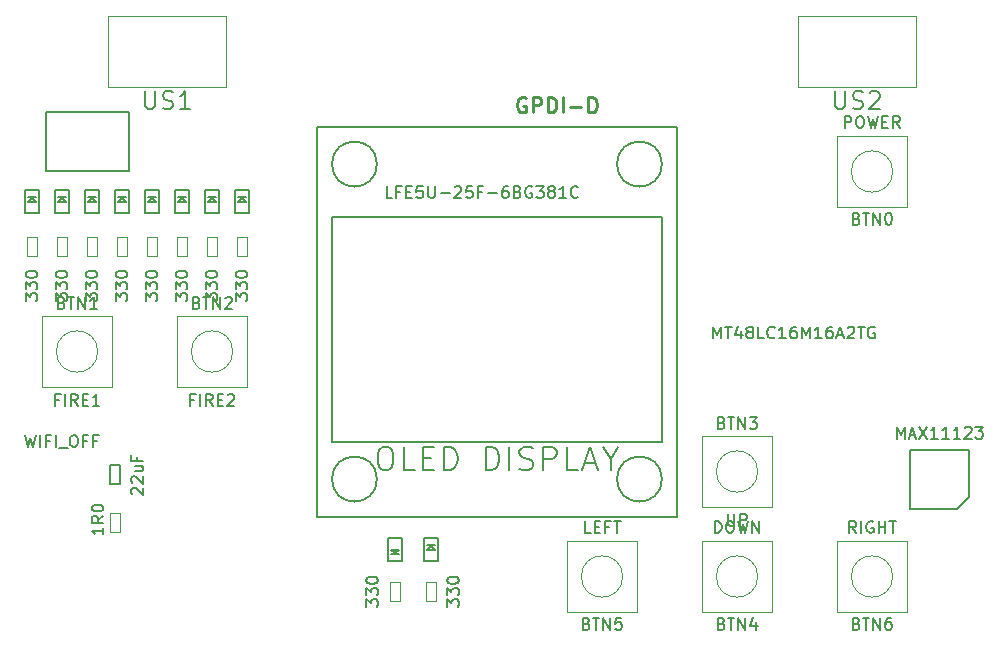
<source format=gbr>
G04 #@! TF.FileFunction,Other,Fab,Top*
%FSLAX46Y46*%
G04 Gerber Fmt 4.6, Leading zero omitted, Abs format (unit mm)*
G04 Created by KiCad (PCBNEW 4.0.7+dfsg1-1) date Tue Oct  3 01:07:36 2017*
%MOMM*%
%LPD*%
G01*
G04 APERTURE LIST*
%ADD10C,0.100000*%
%ADD11C,0.150000*%
%ADD12C,0.254000*%
G04 APERTURE END LIST*
D10*
D11*
X118530000Y-76260000D02*
X117930000Y-76260000D01*
X118230000Y-76360000D02*
X118530000Y-76660000D01*
X117930000Y-76660000D02*
X118230000Y-76360000D01*
X118530000Y-76660000D02*
X117930000Y-76660000D01*
X118830000Y-77660000D02*
X118830000Y-75660000D01*
X117630000Y-77660000D02*
X118830000Y-77660000D01*
X117630000Y-75660000D02*
X117630000Y-77660000D01*
X118830000Y-75660000D02*
X117630000Y-75660000D01*
X115990000Y-76260000D02*
X115390000Y-76260000D01*
X115690000Y-76360000D02*
X115990000Y-76660000D01*
X115390000Y-76660000D02*
X115690000Y-76360000D01*
X115990000Y-76660000D02*
X115390000Y-76660000D01*
X116290000Y-77660000D02*
X116290000Y-75660000D01*
X115090000Y-77660000D02*
X116290000Y-77660000D01*
X115090000Y-75660000D02*
X115090000Y-77660000D01*
X116290000Y-75660000D02*
X115090000Y-75660000D01*
X113450000Y-76260000D02*
X112850000Y-76260000D01*
X113150000Y-76360000D02*
X113450000Y-76660000D01*
X112850000Y-76660000D02*
X113150000Y-76360000D01*
X113450000Y-76660000D02*
X112850000Y-76660000D01*
X113750000Y-77660000D02*
X113750000Y-75660000D01*
X112550000Y-77660000D02*
X113750000Y-77660000D01*
X112550000Y-75660000D02*
X112550000Y-77660000D01*
X113750000Y-75660000D02*
X112550000Y-75660000D01*
X110910000Y-76260000D02*
X110310000Y-76260000D01*
X110610000Y-76360000D02*
X110910000Y-76660000D01*
X110310000Y-76660000D02*
X110610000Y-76360000D01*
X110910000Y-76660000D02*
X110310000Y-76660000D01*
X111210000Y-77660000D02*
X111210000Y-75660000D01*
X110010000Y-77660000D02*
X111210000Y-77660000D01*
X110010000Y-75660000D02*
X110010000Y-77660000D01*
X111210000Y-75660000D02*
X110010000Y-75660000D01*
X108370000Y-76260000D02*
X107770000Y-76260000D01*
X108070000Y-76360000D02*
X108370000Y-76660000D01*
X107770000Y-76660000D02*
X108070000Y-76360000D01*
X108370000Y-76660000D02*
X107770000Y-76660000D01*
X108670000Y-77660000D02*
X108670000Y-75660000D01*
X107470000Y-77660000D02*
X108670000Y-77660000D01*
X107470000Y-75660000D02*
X107470000Y-77660000D01*
X108670000Y-75660000D02*
X107470000Y-75660000D01*
X105830000Y-76260000D02*
X105230000Y-76260000D01*
X105530000Y-76360000D02*
X105830000Y-76660000D01*
X105230000Y-76660000D02*
X105530000Y-76360000D01*
X105830000Y-76660000D02*
X105230000Y-76660000D01*
X106130000Y-77660000D02*
X106130000Y-75660000D01*
X104930000Y-77660000D02*
X106130000Y-77660000D01*
X104930000Y-75660000D02*
X104930000Y-77660000D01*
X106130000Y-75660000D02*
X104930000Y-75660000D01*
X103290000Y-76260000D02*
X102690000Y-76260000D01*
X102990000Y-76360000D02*
X103290000Y-76660000D01*
X102690000Y-76660000D02*
X102990000Y-76360000D01*
X103290000Y-76660000D02*
X102690000Y-76660000D01*
X103590000Y-77660000D02*
X103590000Y-75660000D01*
X102390000Y-77660000D02*
X103590000Y-77660000D01*
X102390000Y-75660000D02*
X102390000Y-77660000D01*
X103590000Y-75660000D02*
X102390000Y-75660000D01*
X100750000Y-76260000D02*
X100150000Y-76260000D01*
X100450000Y-76360000D02*
X100750000Y-76660000D01*
X100150000Y-76660000D02*
X100450000Y-76360000D01*
X100750000Y-76660000D02*
X100150000Y-76660000D01*
X101050000Y-77660000D02*
X101050000Y-75660000D01*
X99850000Y-77660000D02*
X101050000Y-77660000D01*
X99850000Y-75660000D02*
X99850000Y-77660000D01*
X101050000Y-75660000D02*
X99850000Y-75660000D01*
X108624000Y-69080000D02*
X108624000Y-74080000D01*
X101624000Y-69080000D02*
X108624000Y-69080000D01*
X101624000Y-74080000D02*
X101624000Y-69080000D01*
X108624000Y-74080000D02*
X101624000Y-74080000D01*
X130884000Y-106524000D02*
X131484000Y-106524000D01*
X131184000Y-106424000D02*
X130884000Y-106124000D01*
X131484000Y-106124000D02*
X131184000Y-106424000D01*
X130884000Y-106124000D02*
X131484000Y-106124000D01*
X130584000Y-105124000D02*
X130584000Y-107124000D01*
X131784000Y-105124000D02*
X130584000Y-105124000D01*
X131784000Y-107124000D02*
X131784000Y-105124000D01*
X130584000Y-107124000D02*
X131784000Y-107124000D01*
X134532000Y-105724000D02*
X133932000Y-105724000D01*
X134232000Y-105824000D02*
X134532000Y-106124000D01*
X133932000Y-106124000D02*
X134232000Y-105824000D01*
X134532000Y-106124000D02*
X133932000Y-106124000D01*
X134832000Y-107124000D02*
X134832000Y-105124000D01*
X133632000Y-107124000D02*
X134832000Y-107124000D01*
X133632000Y-105124000D02*
X133632000Y-107124000D01*
X134832000Y-105124000D02*
X133632000Y-105124000D01*
D10*
X130784000Y-108880000D02*
X131584000Y-108880000D01*
X130784000Y-110480000D02*
X130784000Y-108880000D01*
X131584000Y-110480000D02*
X130784000Y-110480000D01*
X131584000Y-108880000D02*
X131584000Y-110480000D01*
X134632000Y-110480000D02*
X133832000Y-110480000D01*
X134632000Y-108880000D02*
X134632000Y-110480000D01*
X133832000Y-108880000D02*
X134632000Y-108880000D01*
X133832000Y-110480000D02*
X133832000Y-108880000D01*
D11*
X107880000Y-100600000D02*
X107080000Y-100600000D01*
X107880000Y-99000000D02*
X107880000Y-100600000D01*
X107080000Y-99000000D02*
X107880000Y-99000000D01*
X107080000Y-100600000D02*
X107080000Y-99000000D01*
D10*
X107080000Y-103000000D02*
X107880000Y-103000000D01*
X107080000Y-104600000D02*
X107080000Y-103000000D01*
X107880000Y-104600000D02*
X107080000Y-104600000D01*
X107880000Y-103000000D02*
X107880000Y-104600000D01*
X116880000Y-60925000D02*
X116880000Y-66925000D01*
X106880000Y-60925000D02*
X116880000Y-60925000D01*
X106880000Y-66925000D02*
X106880000Y-60925000D01*
X116880000Y-66925000D02*
X106880000Y-66925000D01*
X175300000Y-60925000D02*
X175300000Y-66925000D01*
X165300000Y-60925000D02*
X175300000Y-60925000D01*
X165300000Y-66925000D02*
X165300000Y-60925000D01*
X175300000Y-66925000D02*
X165300000Y-66925000D01*
X118630000Y-81270000D02*
X117830000Y-81270000D01*
X118630000Y-79670000D02*
X118630000Y-81270000D01*
X117830000Y-79670000D02*
X118630000Y-79670000D01*
X117830000Y-81270000D02*
X117830000Y-79670000D01*
X116090000Y-81270000D02*
X115290000Y-81270000D01*
X116090000Y-79670000D02*
X116090000Y-81270000D01*
X115290000Y-79670000D02*
X116090000Y-79670000D01*
X115290000Y-81270000D02*
X115290000Y-79670000D01*
X113550000Y-81270000D02*
X112750000Y-81270000D01*
X113550000Y-79670000D02*
X113550000Y-81270000D01*
X112750000Y-79670000D02*
X113550000Y-79670000D01*
X112750000Y-81270000D02*
X112750000Y-79670000D01*
X111010000Y-81270000D02*
X110210000Y-81270000D01*
X111010000Y-79670000D02*
X111010000Y-81270000D01*
X110210000Y-79670000D02*
X111010000Y-79670000D01*
X110210000Y-81270000D02*
X110210000Y-79670000D01*
X108470000Y-81270000D02*
X107670000Y-81270000D01*
X108470000Y-79670000D02*
X108470000Y-81270000D01*
X107670000Y-79670000D02*
X108470000Y-79670000D01*
X107670000Y-81270000D02*
X107670000Y-79670000D01*
X105930000Y-81270000D02*
X105130000Y-81270000D01*
X105930000Y-79670000D02*
X105930000Y-81270000D01*
X105130000Y-79670000D02*
X105930000Y-79670000D01*
X105130000Y-81270000D02*
X105130000Y-79670000D01*
X103390000Y-81270000D02*
X102590000Y-81270000D01*
X103390000Y-79670000D02*
X103390000Y-81270000D01*
X102590000Y-79670000D02*
X103390000Y-79670000D01*
X102590000Y-81270000D02*
X102590000Y-79670000D01*
X100850000Y-81270000D02*
X100050000Y-81270000D01*
X100850000Y-79670000D02*
X100850000Y-81270000D01*
X100050000Y-79670000D02*
X100850000Y-79670000D01*
X100050000Y-81270000D02*
X100050000Y-79670000D01*
D11*
X178785000Y-102655000D02*
X174785000Y-102655000D01*
X174785000Y-102655000D02*
X174785000Y-97655000D01*
X174785000Y-97655000D02*
X179785000Y-97655000D01*
X179785000Y-97655000D02*
X179785000Y-101655000D01*
X179785000Y-101655000D02*
X178785000Y-102655000D01*
X153790000Y-73485000D02*
G75*
G03X153790000Y-73485000I-1905000J0D01*
G01*
X129660000Y-73485000D02*
G75*
G03X129660000Y-73485000I-1905000J0D01*
G01*
X129660000Y-100155000D02*
G75*
G03X129660000Y-100155000I-1905000J0D01*
G01*
X153790000Y-100155000D02*
G75*
G03X153790000Y-100155000I-1905000J0D01*
G01*
X153790000Y-77930000D02*
X153790000Y-96980000D01*
X125850000Y-77930000D02*
X153790000Y-77930000D01*
X125850000Y-96980000D02*
X125850000Y-77930000D01*
X153790000Y-96980000D02*
X125850000Y-96980000D01*
X155060000Y-70310000D02*
X155060000Y-103330000D01*
X124580000Y-70310000D02*
X155060000Y-70310000D01*
X124580000Y-103330000D02*
X124580000Y-70310000D01*
X155060000Y-103330000D02*
X124580000Y-103330000D01*
D10*
X174570000Y-77120000D02*
X174570000Y-71120000D01*
X174570000Y-71120000D02*
X168570000Y-71120000D01*
X168570000Y-71120000D02*
X168570000Y-77120000D01*
X168570000Y-77120000D02*
X174570000Y-77120000D01*
X173320714Y-74120000D02*
G75*
G03X173320714Y-74120000I-1750714J0D01*
G01*
X101260000Y-86360000D02*
X101260000Y-92360000D01*
X101260000Y-92360000D02*
X107260000Y-92360000D01*
X107260000Y-92360000D02*
X107260000Y-86360000D01*
X107260000Y-86360000D02*
X101260000Y-86360000D01*
X106010714Y-89360000D02*
G75*
G03X106010714Y-89360000I-1750714J0D01*
G01*
X112690000Y-86360000D02*
X112690000Y-92360000D01*
X112690000Y-92360000D02*
X118690000Y-92360000D01*
X118690000Y-92360000D02*
X118690000Y-86360000D01*
X118690000Y-86360000D02*
X112690000Y-86360000D01*
X117440714Y-89360000D02*
G75*
G03X117440714Y-89360000I-1750714J0D01*
G01*
X157140000Y-96520000D02*
X157140000Y-102520000D01*
X157140000Y-102520000D02*
X163140000Y-102520000D01*
X163140000Y-102520000D02*
X163140000Y-96520000D01*
X163140000Y-96520000D02*
X157140000Y-96520000D01*
X161890714Y-99520000D02*
G75*
G03X161890714Y-99520000I-1750714J0D01*
G01*
X163140000Y-111410000D02*
X163140000Y-105410000D01*
X163140000Y-105410000D02*
X157140000Y-105410000D01*
X157140000Y-105410000D02*
X157140000Y-111410000D01*
X157140000Y-111410000D02*
X163140000Y-111410000D01*
X161890714Y-108410000D02*
G75*
G03X161890714Y-108410000I-1750714J0D01*
G01*
X151710000Y-111410000D02*
X151710000Y-105410000D01*
X151710000Y-105410000D02*
X145710000Y-105410000D01*
X145710000Y-105410000D02*
X145710000Y-111410000D01*
X145710000Y-111410000D02*
X151710000Y-111410000D01*
X150460714Y-108410000D02*
G75*
G03X150460714Y-108410000I-1750714J0D01*
G01*
X174570000Y-111410000D02*
X174570000Y-105410000D01*
X174570000Y-105410000D02*
X168570000Y-105410000D01*
X168570000Y-105410000D02*
X168570000Y-111410000D01*
X168570000Y-111410000D02*
X174570000Y-111410000D01*
X173320714Y-108410000D02*
G75*
G03X173320714Y-108410000I-1750714J0D01*
G01*
D11*
X158132666Y-88252381D02*
X158132666Y-87252381D01*
X158466000Y-87966667D01*
X158799333Y-87252381D01*
X158799333Y-88252381D01*
X159132666Y-87252381D02*
X159704095Y-87252381D01*
X159418380Y-88252381D02*
X159418380Y-87252381D01*
X160466000Y-87585714D02*
X160466000Y-88252381D01*
X160227904Y-87204762D02*
X159989809Y-87919048D01*
X160608857Y-87919048D01*
X161132666Y-87680952D02*
X161037428Y-87633333D01*
X160989809Y-87585714D01*
X160942190Y-87490476D01*
X160942190Y-87442857D01*
X160989809Y-87347619D01*
X161037428Y-87300000D01*
X161132666Y-87252381D01*
X161323143Y-87252381D01*
X161418381Y-87300000D01*
X161466000Y-87347619D01*
X161513619Y-87442857D01*
X161513619Y-87490476D01*
X161466000Y-87585714D01*
X161418381Y-87633333D01*
X161323143Y-87680952D01*
X161132666Y-87680952D01*
X161037428Y-87728571D01*
X160989809Y-87776190D01*
X160942190Y-87871429D01*
X160942190Y-88061905D01*
X160989809Y-88157143D01*
X161037428Y-88204762D01*
X161132666Y-88252381D01*
X161323143Y-88252381D01*
X161418381Y-88204762D01*
X161466000Y-88157143D01*
X161513619Y-88061905D01*
X161513619Y-87871429D01*
X161466000Y-87776190D01*
X161418381Y-87728571D01*
X161323143Y-87680952D01*
X162418381Y-88252381D02*
X161942190Y-88252381D01*
X161942190Y-87252381D01*
X163323143Y-88157143D02*
X163275524Y-88204762D01*
X163132667Y-88252381D01*
X163037429Y-88252381D01*
X162894571Y-88204762D01*
X162799333Y-88109524D01*
X162751714Y-88014286D01*
X162704095Y-87823810D01*
X162704095Y-87680952D01*
X162751714Y-87490476D01*
X162799333Y-87395238D01*
X162894571Y-87300000D01*
X163037429Y-87252381D01*
X163132667Y-87252381D01*
X163275524Y-87300000D01*
X163323143Y-87347619D01*
X164275524Y-88252381D02*
X163704095Y-88252381D01*
X163989809Y-88252381D02*
X163989809Y-87252381D01*
X163894571Y-87395238D01*
X163799333Y-87490476D01*
X163704095Y-87538095D01*
X165132667Y-87252381D02*
X164942190Y-87252381D01*
X164846952Y-87300000D01*
X164799333Y-87347619D01*
X164704095Y-87490476D01*
X164656476Y-87680952D01*
X164656476Y-88061905D01*
X164704095Y-88157143D01*
X164751714Y-88204762D01*
X164846952Y-88252381D01*
X165037429Y-88252381D01*
X165132667Y-88204762D01*
X165180286Y-88157143D01*
X165227905Y-88061905D01*
X165227905Y-87823810D01*
X165180286Y-87728571D01*
X165132667Y-87680952D01*
X165037429Y-87633333D01*
X164846952Y-87633333D01*
X164751714Y-87680952D01*
X164704095Y-87728571D01*
X164656476Y-87823810D01*
X165656476Y-88252381D02*
X165656476Y-87252381D01*
X165989810Y-87966667D01*
X166323143Y-87252381D01*
X166323143Y-88252381D01*
X167323143Y-88252381D02*
X166751714Y-88252381D01*
X167037428Y-88252381D02*
X167037428Y-87252381D01*
X166942190Y-87395238D01*
X166846952Y-87490476D01*
X166751714Y-87538095D01*
X168180286Y-87252381D02*
X167989809Y-87252381D01*
X167894571Y-87300000D01*
X167846952Y-87347619D01*
X167751714Y-87490476D01*
X167704095Y-87680952D01*
X167704095Y-88061905D01*
X167751714Y-88157143D01*
X167799333Y-88204762D01*
X167894571Y-88252381D01*
X168085048Y-88252381D01*
X168180286Y-88204762D01*
X168227905Y-88157143D01*
X168275524Y-88061905D01*
X168275524Y-87823810D01*
X168227905Y-87728571D01*
X168180286Y-87680952D01*
X168085048Y-87633333D01*
X167894571Y-87633333D01*
X167799333Y-87680952D01*
X167751714Y-87728571D01*
X167704095Y-87823810D01*
X168656476Y-87966667D02*
X169132667Y-87966667D01*
X168561238Y-88252381D02*
X168894571Y-87252381D01*
X169227905Y-88252381D01*
X169513619Y-87347619D02*
X169561238Y-87300000D01*
X169656476Y-87252381D01*
X169894572Y-87252381D01*
X169989810Y-87300000D01*
X170037429Y-87347619D01*
X170085048Y-87442857D01*
X170085048Y-87538095D01*
X170037429Y-87680952D01*
X169466000Y-88252381D01*
X170085048Y-88252381D01*
X170370762Y-87252381D02*
X170942191Y-87252381D01*
X170656476Y-88252381D02*
X170656476Y-87252381D01*
X171799334Y-87300000D02*
X171704096Y-87252381D01*
X171561239Y-87252381D01*
X171418381Y-87300000D01*
X171323143Y-87395238D01*
X171275524Y-87490476D01*
X171227905Y-87680952D01*
X171227905Y-87823810D01*
X171275524Y-88014286D01*
X171323143Y-88109524D01*
X171418381Y-88204762D01*
X171561239Y-88252381D01*
X171656477Y-88252381D01*
X171799334Y-88204762D01*
X171846953Y-88157143D01*
X171846953Y-87823810D01*
X171656477Y-87823810D01*
X99894762Y-96432381D02*
X100132857Y-97432381D01*
X100323334Y-96718095D01*
X100513810Y-97432381D01*
X100751905Y-96432381D01*
X101132857Y-97432381D02*
X101132857Y-96432381D01*
X101942381Y-96908571D02*
X101609047Y-96908571D01*
X101609047Y-97432381D02*
X101609047Y-96432381D01*
X102085238Y-96432381D01*
X102466190Y-97432381D02*
X102466190Y-96432381D01*
X102704285Y-97527619D02*
X103466190Y-97527619D01*
X103894761Y-96432381D02*
X104085238Y-96432381D01*
X104180476Y-96480000D01*
X104275714Y-96575238D01*
X104323333Y-96765714D01*
X104323333Y-97099048D01*
X104275714Y-97289524D01*
X104180476Y-97384762D01*
X104085238Y-97432381D01*
X103894761Y-97432381D01*
X103799523Y-97384762D01*
X103704285Y-97289524D01*
X103656666Y-97099048D01*
X103656666Y-96765714D01*
X103704285Y-96575238D01*
X103799523Y-96480000D01*
X103894761Y-96432381D01*
X105085238Y-96908571D02*
X104751904Y-96908571D01*
X104751904Y-97432381D02*
X104751904Y-96432381D01*
X105228095Y-96432381D01*
X105942381Y-96908571D02*
X105609047Y-96908571D01*
X105609047Y-97432381D02*
X105609047Y-96432381D01*
X106085238Y-96432381D01*
X128736381Y-110965714D02*
X128736381Y-110346666D01*
X129117333Y-110680000D01*
X129117333Y-110537142D01*
X129164952Y-110441904D01*
X129212571Y-110394285D01*
X129307810Y-110346666D01*
X129545905Y-110346666D01*
X129641143Y-110394285D01*
X129688762Y-110441904D01*
X129736381Y-110537142D01*
X129736381Y-110822857D01*
X129688762Y-110918095D01*
X129641143Y-110965714D01*
X128736381Y-110013333D02*
X128736381Y-109394285D01*
X129117333Y-109727619D01*
X129117333Y-109584761D01*
X129164952Y-109489523D01*
X129212571Y-109441904D01*
X129307810Y-109394285D01*
X129545905Y-109394285D01*
X129641143Y-109441904D01*
X129688762Y-109489523D01*
X129736381Y-109584761D01*
X129736381Y-109870476D01*
X129688762Y-109965714D01*
X129641143Y-110013333D01*
X128736381Y-108775238D02*
X128736381Y-108679999D01*
X128784000Y-108584761D01*
X128831619Y-108537142D01*
X128926857Y-108489523D01*
X129117333Y-108441904D01*
X129355429Y-108441904D01*
X129545905Y-108489523D01*
X129641143Y-108537142D01*
X129688762Y-108584761D01*
X129736381Y-108679999D01*
X129736381Y-108775238D01*
X129688762Y-108870476D01*
X129641143Y-108918095D01*
X129545905Y-108965714D01*
X129355429Y-109013333D01*
X129117333Y-109013333D01*
X128926857Y-108965714D01*
X128831619Y-108918095D01*
X128784000Y-108870476D01*
X128736381Y-108775238D01*
X135584381Y-110965714D02*
X135584381Y-110346666D01*
X135965333Y-110680000D01*
X135965333Y-110537142D01*
X136012952Y-110441904D01*
X136060571Y-110394285D01*
X136155810Y-110346666D01*
X136393905Y-110346666D01*
X136489143Y-110394285D01*
X136536762Y-110441904D01*
X136584381Y-110537142D01*
X136584381Y-110822857D01*
X136536762Y-110918095D01*
X136489143Y-110965714D01*
X135584381Y-110013333D02*
X135584381Y-109394285D01*
X135965333Y-109727619D01*
X135965333Y-109584761D01*
X136012952Y-109489523D01*
X136060571Y-109441904D01*
X136155810Y-109394285D01*
X136393905Y-109394285D01*
X136489143Y-109441904D01*
X136536762Y-109489523D01*
X136584381Y-109584761D01*
X136584381Y-109870476D01*
X136536762Y-109965714D01*
X136489143Y-110013333D01*
X135584381Y-108775238D02*
X135584381Y-108679999D01*
X135632000Y-108584761D01*
X135679619Y-108537142D01*
X135774857Y-108489523D01*
X135965333Y-108441904D01*
X136203429Y-108441904D01*
X136393905Y-108489523D01*
X136489143Y-108537142D01*
X136536762Y-108584761D01*
X136584381Y-108679999D01*
X136584381Y-108775238D01*
X136536762Y-108870476D01*
X136489143Y-108918095D01*
X136393905Y-108965714D01*
X136203429Y-109013333D01*
X135965333Y-109013333D01*
X135774857Y-108965714D01*
X135679619Y-108918095D01*
X135632000Y-108870476D01*
X135584381Y-108775238D01*
X108927619Y-101442857D02*
X108880000Y-101395238D01*
X108832381Y-101300000D01*
X108832381Y-101061904D01*
X108880000Y-100966666D01*
X108927619Y-100919047D01*
X109022857Y-100871428D01*
X109118095Y-100871428D01*
X109260952Y-100919047D01*
X109832381Y-101490476D01*
X109832381Y-100871428D01*
X108927619Y-100490476D02*
X108880000Y-100442857D01*
X108832381Y-100347619D01*
X108832381Y-100109523D01*
X108880000Y-100014285D01*
X108927619Y-99966666D01*
X109022857Y-99919047D01*
X109118095Y-99919047D01*
X109260952Y-99966666D01*
X109832381Y-100538095D01*
X109832381Y-99919047D01*
X109165714Y-99061904D02*
X109832381Y-99061904D01*
X109165714Y-99490476D02*
X109689524Y-99490476D01*
X109784762Y-99442857D01*
X109832381Y-99347619D01*
X109832381Y-99204761D01*
X109784762Y-99109523D01*
X109737143Y-99061904D01*
X109308571Y-98252380D02*
X109308571Y-98585714D01*
X109832381Y-98585714D02*
X108832381Y-98585714D01*
X108832381Y-98109523D01*
X106490381Y-104274476D02*
X106490381Y-104845905D01*
X106490381Y-104560191D02*
X105490381Y-104560191D01*
X105633238Y-104655429D01*
X105728476Y-104750667D01*
X105776095Y-104845905D01*
X106490381Y-103274476D02*
X106014190Y-103607810D01*
X106490381Y-103845905D02*
X105490381Y-103845905D01*
X105490381Y-103464952D01*
X105538000Y-103369714D01*
X105585619Y-103322095D01*
X105680857Y-103274476D01*
X105823714Y-103274476D01*
X105918952Y-103322095D01*
X105966571Y-103369714D01*
X106014190Y-103464952D01*
X106014190Y-103845905D01*
X105490381Y-102655429D02*
X105490381Y-102560190D01*
X105538000Y-102464952D01*
X105585619Y-102417333D01*
X105680857Y-102369714D01*
X105871333Y-102322095D01*
X106109429Y-102322095D01*
X106299905Y-102369714D01*
X106395143Y-102417333D01*
X106442762Y-102464952D01*
X106490381Y-102560190D01*
X106490381Y-102655429D01*
X106442762Y-102750667D01*
X106395143Y-102798286D01*
X106299905Y-102845905D01*
X106109429Y-102893524D01*
X105871333Y-102893524D01*
X105680857Y-102845905D01*
X105585619Y-102798286D01*
X105538000Y-102750667D01*
X105490381Y-102655429D01*
X110022858Y-67329571D02*
X110022858Y-68543857D01*
X110094286Y-68686714D01*
X110165715Y-68758143D01*
X110308572Y-68829571D01*
X110594286Y-68829571D01*
X110737144Y-68758143D01*
X110808572Y-68686714D01*
X110880001Y-68543857D01*
X110880001Y-67329571D01*
X111522858Y-68758143D02*
X111737144Y-68829571D01*
X112094287Y-68829571D01*
X112237144Y-68758143D01*
X112308573Y-68686714D01*
X112380001Y-68543857D01*
X112380001Y-68401000D01*
X112308573Y-68258143D01*
X112237144Y-68186714D01*
X112094287Y-68115286D01*
X111808573Y-68043857D01*
X111665715Y-67972429D01*
X111594287Y-67901000D01*
X111522858Y-67758143D01*
X111522858Y-67615286D01*
X111594287Y-67472429D01*
X111665715Y-67401000D01*
X111808573Y-67329571D01*
X112165715Y-67329571D01*
X112380001Y-67401000D01*
X113808572Y-68829571D02*
X112951429Y-68829571D01*
X113380001Y-68829571D02*
X113380001Y-67329571D01*
X113237144Y-67543857D01*
X113094286Y-67686714D01*
X112951429Y-67758143D01*
X168442858Y-67329571D02*
X168442858Y-68543857D01*
X168514286Y-68686714D01*
X168585715Y-68758143D01*
X168728572Y-68829571D01*
X169014286Y-68829571D01*
X169157144Y-68758143D01*
X169228572Y-68686714D01*
X169300001Y-68543857D01*
X169300001Y-67329571D01*
X169942858Y-68758143D02*
X170157144Y-68829571D01*
X170514287Y-68829571D01*
X170657144Y-68758143D01*
X170728573Y-68686714D01*
X170800001Y-68543857D01*
X170800001Y-68401000D01*
X170728573Y-68258143D01*
X170657144Y-68186714D01*
X170514287Y-68115286D01*
X170228573Y-68043857D01*
X170085715Y-67972429D01*
X170014287Y-67901000D01*
X169942858Y-67758143D01*
X169942858Y-67615286D01*
X170014287Y-67472429D01*
X170085715Y-67401000D01*
X170228573Y-67329571D01*
X170585715Y-67329571D01*
X170800001Y-67401000D01*
X171371429Y-67472429D02*
X171442858Y-67401000D01*
X171585715Y-67329571D01*
X171942858Y-67329571D01*
X172085715Y-67401000D01*
X172157144Y-67472429D01*
X172228572Y-67615286D01*
X172228572Y-67758143D01*
X172157144Y-67972429D01*
X171300001Y-68829571D01*
X172228572Y-68829571D01*
X117682381Y-85057714D02*
X117682381Y-84438666D01*
X118063333Y-84772000D01*
X118063333Y-84629142D01*
X118110952Y-84533904D01*
X118158571Y-84486285D01*
X118253810Y-84438666D01*
X118491905Y-84438666D01*
X118587143Y-84486285D01*
X118634762Y-84533904D01*
X118682381Y-84629142D01*
X118682381Y-84914857D01*
X118634762Y-85010095D01*
X118587143Y-85057714D01*
X117682381Y-84105333D02*
X117682381Y-83486285D01*
X118063333Y-83819619D01*
X118063333Y-83676761D01*
X118110952Y-83581523D01*
X118158571Y-83533904D01*
X118253810Y-83486285D01*
X118491905Y-83486285D01*
X118587143Y-83533904D01*
X118634762Y-83581523D01*
X118682381Y-83676761D01*
X118682381Y-83962476D01*
X118634762Y-84057714D01*
X118587143Y-84105333D01*
X117682381Y-82867238D02*
X117682381Y-82771999D01*
X117730000Y-82676761D01*
X117777619Y-82629142D01*
X117872857Y-82581523D01*
X118063333Y-82533904D01*
X118301429Y-82533904D01*
X118491905Y-82581523D01*
X118587143Y-82629142D01*
X118634762Y-82676761D01*
X118682381Y-82771999D01*
X118682381Y-82867238D01*
X118634762Y-82962476D01*
X118587143Y-83010095D01*
X118491905Y-83057714D01*
X118301429Y-83105333D01*
X118063333Y-83105333D01*
X117872857Y-83057714D01*
X117777619Y-83010095D01*
X117730000Y-82962476D01*
X117682381Y-82867238D01*
X115142381Y-85057714D02*
X115142381Y-84438666D01*
X115523333Y-84772000D01*
X115523333Y-84629142D01*
X115570952Y-84533904D01*
X115618571Y-84486285D01*
X115713810Y-84438666D01*
X115951905Y-84438666D01*
X116047143Y-84486285D01*
X116094762Y-84533904D01*
X116142381Y-84629142D01*
X116142381Y-84914857D01*
X116094762Y-85010095D01*
X116047143Y-85057714D01*
X115142381Y-84105333D02*
X115142381Y-83486285D01*
X115523333Y-83819619D01*
X115523333Y-83676761D01*
X115570952Y-83581523D01*
X115618571Y-83533904D01*
X115713810Y-83486285D01*
X115951905Y-83486285D01*
X116047143Y-83533904D01*
X116094762Y-83581523D01*
X116142381Y-83676761D01*
X116142381Y-83962476D01*
X116094762Y-84057714D01*
X116047143Y-84105333D01*
X115142381Y-82867238D02*
X115142381Y-82771999D01*
X115190000Y-82676761D01*
X115237619Y-82629142D01*
X115332857Y-82581523D01*
X115523333Y-82533904D01*
X115761429Y-82533904D01*
X115951905Y-82581523D01*
X116047143Y-82629142D01*
X116094762Y-82676761D01*
X116142381Y-82771999D01*
X116142381Y-82867238D01*
X116094762Y-82962476D01*
X116047143Y-83010095D01*
X115951905Y-83057714D01*
X115761429Y-83105333D01*
X115523333Y-83105333D01*
X115332857Y-83057714D01*
X115237619Y-83010095D01*
X115190000Y-82962476D01*
X115142381Y-82867238D01*
X112602381Y-85057714D02*
X112602381Y-84438666D01*
X112983333Y-84772000D01*
X112983333Y-84629142D01*
X113030952Y-84533904D01*
X113078571Y-84486285D01*
X113173810Y-84438666D01*
X113411905Y-84438666D01*
X113507143Y-84486285D01*
X113554762Y-84533904D01*
X113602381Y-84629142D01*
X113602381Y-84914857D01*
X113554762Y-85010095D01*
X113507143Y-85057714D01*
X112602381Y-84105333D02*
X112602381Y-83486285D01*
X112983333Y-83819619D01*
X112983333Y-83676761D01*
X113030952Y-83581523D01*
X113078571Y-83533904D01*
X113173810Y-83486285D01*
X113411905Y-83486285D01*
X113507143Y-83533904D01*
X113554762Y-83581523D01*
X113602381Y-83676761D01*
X113602381Y-83962476D01*
X113554762Y-84057714D01*
X113507143Y-84105333D01*
X112602381Y-82867238D02*
X112602381Y-82771999D01*
X112650000Y-82676761D01*
X112697619Y-82629142D01*
X112792857Y-82581523D01*
X112983333Y-82533904D01*
X113221429Y-82533904D01*
X113411905Y-82581523D01*
X113507143Y-82629142D01*
X113554762Y-82676761D01*
X113602381Y-82771999D01*
X113602381Y-82867238D01*
X113554762Y-82962476D01*
X113507143Y-83010095D01*
X113411905Y-83057714D01*
X113221429Y-83105333D01*
X112983333Y-83105333D01*
X112792857Y-83057714D01*
X112697619Y-83010095D01*
X112650000Y-82962476D01*
X112602381Y-82867238D01*
X110062381Y-85057714D02*
X110062381Y-84438666D01*
X110443333Y-84772000D01*
X110443333Y-84629142D01*
X110490952Y-84533904D01*
X110538571Y-84486285D01*
X110633810Y-84438666D01*
X110871905Y-84438666D01*
X110967143Y-84486285D01*
X111014762Y-84533904D01*
X111062381Y-84629142D01*
X111062381Y-84914857D01*
X111014762Y-85010095D01*
X110967143Y-85057714D01*
X110062381Y-84105333D02*
X110062381Y-83486285D01*
X110443333Y-83819619D01*
X110443333Y-83676761D01*
X110490952Y-83581523D01*
X110538571Y-83533904D01*
X110633810Y-83486285D01*
X110871905Y-83486285D01*
X110967143Y-83533904D01*
X111014762Y-83581523D01*
X111062381Y-83676761D01*
X111062381Y-83962476D01*
X111014762Y-84057714D01*
X110967143Y-84105333D01*
X110062381Y-82867238D02*
X110062381Y-82771999D01*
X110110000Y-82676761D01*
X110157619Y-82629142D01*
X110252857Y-82581523D01*
X110443333Y-82533904D01*
X110681429Y-82533904D01*
X110871905Y-82581523D01*
X110967143Y-82629142D01*
X111014762Y-82676761D01*
X111062381Y-82771999D01*
X111062381Y-82867238D01*
X111014762Y-82962476D01*
X110967143Y-83010095D01*
X110871905Y-83057714D01*
X110681429Y-83105333D01*
X110443333Y-83105333D01*
X110252857Y-83057714D01*
X110157619Y-83010095D01*
X110110000Y-82962476D01*
X110062381Y-82867238D01*
X107522381Y-85057714D02*
X107522381Y-84438666D01*
X107903333Y-84772000D01*
X107903333Y-84629142D01*
X107950952Y-84533904D01*
X107998571Y-84486285D01*
X108093810Y-84438666D01*
X108331905Y-84438666D01*
X108427143Y-84486285D01*
X108474762Y-84533904D01*
X108522381Y-84629142D01*
X108522381Y-84914857D01*
X108474762Y-85010095D01*
X108427143Y-85057714D01*
X107522381Y-84105333D02*
X107522381Y-83486285D01*
X107903333Y-83819619D01*
X107903333Y-83676761D01*
X107950952Y-83581523D01*
X107998571Y-83533904D01*
X108093810Y-83486285D01*
X108331905Y-83486285D01*
X108427143Y-83533904D01*
X108474762Y-83581523D01*
X108522381Y-83676761D01*
X108522381Y-83962476D01*
X108474762Y-84057714D01*
X108427143Y-84105333D01*
X107522381Y-82867238D02*
X107522381Y-82771999D01*
X107570000Y-82676761D01*
X107617619Y-82629142D01*
X107712857Y-82581523D01*
X107903333Y-82533904D01*
X108141429Y-82533904D01*
X108331905Y-82581523D01*
X108427143Y-82629142D01*
X108474762Y-82676761D01*
X108522381Y-82771999D01*
X108522381Y-82867238D01*
X108474762Y-82962476D01*
X108427143Y-83010095D01*
X108331905Y-83057714D01*
X108141429Y-83105333D01*
X107903333Y-83105333D01*
X107712857Y-83057714D01*
X107617619Y-83010095D01*
X107570000Y-82962476D01*
X107522381Y-82867238D01*
X104982381Y-85057714D02*
X104982381Y-84438666D01*
X105363333Y-84772000D01*
X105363333Y-84629142D01*
X105410952Y-84533904D01*
X105458571Y-84486285D01*
X105553810Y-84438666D01*
X105791905Y-84438666D01*
X105887143Y-84486285D01*
X105934762Y-84533904D01*
X105982381Y-84629142D01*
X105982381Y-84914857D01*
X105934762Y-85010095D01*
X105887143Y-85057714D01*
X104982381Y-84105333D02*
X104982381Y-83486285D01*
X105363333Y-83819619D01*
X105363333Y-83676761D01*
X105410952Y-83581523D01*
X105458571Y-83533904D01*
X105553810Y-83486285D01*
X105791905Y-83486285D01*
X105887143Y-83533904D01*
X105934762Y-83581523D01*
X105982381Y-83676761D01*
X105982381Y-83962476D01*
X105934762Y-84057714D01*
X105887143Y-84105333D01*
X104982381Y-82867238D02*
X104982381Y-82771999D01*
X105030000Y-82676761D01*
X105077619Y-82629142D01*
X105172857Y-82581523D01*
X105363333Y-82533904D01*
X105601429Y-82533904D01*
X105791905Y-82581523D01*
X105887143Y-82629142D01*
X105934762Y-82676761D01*
X105982381Y-82771999D01*
X105982381Y-82867238D01*
X105934762Y-82962476D01*
X105887143Y-83010095D01*
X105791905Y-83057714D01*
X105601429Y-83105333D01*
X105363333Y-83105333D01*
X105172857Y-83057714D01*
X105077619Y-83010095D01*
X105030000Y-82962476D01*
X104982381Y-82867238D01*
X102442381Y-85057714D02*
X102442381Y-84438666D01*
X102823333Y-84772000D01*
X102823333Y-84629142D01*
X102870952Y-84533904D01*
X102918571Y-84486285D01*
X103013810Y-84438666D01*
X103251905Y-84438666D01*
X103347143Y-84486285D01*
X103394762Y-84533904D01*
X103442381Y-84629142D01*
X103442381Y-84914857D01*
X103394762Y-85010095D01*
X103347143Y-85057714D01*
X102442381Y-84105333D02*
X102442381Y-83486285D01*
X102823333Y-83819619D01*
X102823333Y-83676761D01*
X102870952Y-83581523D01*
X102918571Y-83533904D01*
X103013810Y-83486285D01*
X103251905Y-83486285D01*
X103347143Y-83533904D01*
X103394762Y-83581523D01*
X103442381Y-83676761D01*
X103442381Y-83962476D01*
X103394762Y-84057714D01*
X103347143Y-84105333D01*
X102442381Y-82867238D02*
X102442381Y-82771999D01*
X102490000Y-82676761D01*
X102537619Y-82629142D01*
X102632857Y-82581523D01*
X102823333Y-82533904D01*
X103061429Y-82533904D01*
X103251905Y-82581523D01*
X103347143Y-82629142D01*
X103394762Y-82676761D01*
X103442381Y-82771999D01*
X103442381Y-82867238D01*
X103394762Y-82962476D01*
X103347143Y-83010095D01*
X103251905Y-83057714D01*
X103061429Y-83105333D01*
X102823333Y-83105333D01*
X102632857Y-83057714D01*
X102537619Y-83010095D01*
X102490000Y-82962476D01*
X102442381Y-82867238D01*
X99902381Y-85057714D02*
X99902381Y-84438666D01*
X100283333Y-84772000D01*
X100283333Y-84629142D01*
X100330952Y-84533904D01*
X100378571Y-84486285D01*
X100473810Y-84438666D01*
X100711905Y-84438666D01*
X100807143Y-84486285D01*
X100854762Y-84533904D01*
X100902381Y-84629142D01*
X100902381Y-84914857D01*
X100854762Y-85010095D01*
X100807143Y-85057714D01*
X99902381Y-84105333D02*
X99902381Y-83486285D01*
X100283333Y-83819619D01*
X100283333Y-83676761D01*
X100330952Y-83581523D01*
X100378571Y-83533904D01*
X100473810Y-83486285D01*
X100711905Y-83486285D01*
X100807143Y-83533904D01*
X100854762Y-83581523D01*
X100902381Y-83676761D01*
X100902381Y-83962476D01*
X100854762Y-84057714D01*
X100807143Y-84105333D01*
X99902381Y-82867238D02*
X99902381Y-82771999D01*
X99950000Y-82676761D01*
X99997619Y-82629142D01*
X100092857Y-82581523D01*
X100283333Y-82533904D01*
X100521429Y-82533904D01*
X100711905Y-82581523D01*
X100807143Y-82629142D01*
X100854762Y-82676761D01*
X100902381Y-82771999D01*
X100902381Y-82867238D01*
X100854762Y-82962476D01*
X100807143Y-83010095D01*
X100711905Y-83057714D01*
X100521429Y-83105333D01*
X100283333Y-83105333D01*
X100092857Y-83057714D01*
X99997619Y-83010095D01*
X99950000Y-82962476D01*
X99902381Y-82867238D01*
X173665952Y-96732381D02*
X173665952Y-95732381D01*
X173999286Y-96446667D01*
X174332619Y-95732381D01*
X174332619Y-96732381D01*
X174761190Y-96446667D02*
X175237381Y-96446667D01*
X174665952Y-96732381D02*
X174999285Y-95732381D01*
X175332619Y-96732381D01*
X175570714Y-95732381D02*
X176237381Y-96732381D01*
X176237381Y-95732381D02*
X175570714Y-96732381D01*
X177142143Y-96732381D02*
X176570714Y-96732381D01*
X176856428Y-96732381D02*
X176856428Y-95732381D01*
X176761190Y-95875238D01*
X176665952Y-95970476D01*
X176570714Y-96018095D01*
X178094524Y-96732381D02*
X177523095Y-96732381D01*
X177808809Y-96732381D02*
X177808809Y-95732381D01*
X177713571Y-95875238D01*
X177618333Y-95970476D01*
X177523095Y-96018095D01*
X179046905Y-96732381D02*
X178475476Y-96732381D01*
X178761190Y-96732381D02*
X178761190Y-95732381D01*
X178665952Y-95875238D01*
X178570714Y-95970476D01*
X178475476Y-96018095D01*
X179427857Y-95827619D02*
X179475476Y-95780000D01*
X179570714Y-95732381D01*
X179808810Y-95732381D01*
X179904048Y-95780000D01*
X179951667Y-95827619D01*
X179999286Y-95922857D01*
X179999286Y-96018095D01*
X179951667Y-96160952D01*
X179380238Y-96732381D01*
X179999286Y-96732381D01*
X180332619Y-95732381D02*
X180951667Y-95732381D01*
X180618333Y-96113333D01*
X180761191Y-96113333D01*
X180856429Y-96160952D01*
X180904048Y-96208571D01*
X180951667Y-96303810D01*
X180951667Y-96541905D01*
X180904048Y-96637143D01*
X180856429Y-96684762D01*
X180761191Y-96732381D01*
X180475476Y-96732381D01*
X180380238Y-96684762D01*
X180332619Y-96637143D01*
X130954762Y-76350381D02*
X130478571Y-76350381D01*
X130478571Y-75350381D01*
X131621429Y-75826571D02*
X131288095Y-75826571D01*
X131288095Y-76350381D02*
X131288095Y-75350381D01*
X131764286Y-75350381D01*
X132145238Y-75826571D02*
X132478572Y-75826571D01*
X132621429Y-76350381D02*
X132145238Y-76350381D01*
X132145238Y-75350381D01*
X132621429Y-75350381D01*
X133526191Y-75350381D02*
X133050000Y-75350381D01*
X133002381Y-75826571D01*
X133050000Y-75778952D01*
X133145238Y-75731333D01*
X133383334Y-75731333D01*
X133478572Y-75778952D01*
X133526191Y-75826571D01*
X133573810Y-75921810D01*
X133573810Y-76159905D01*
X133526191Y-76255143D01*
X133478572Y-76302762D01*
X133383334Y-76350381D01*
X133145238Y-76350381D01*
X133050000Y-76302762D01*
X133002381Y-76255143D01*
X134002381Y-75350381D02*
X134002381Y-76159905D01*
X134050000Y-76255143D01*
X134097619Y-76302762D01*
X134192857Y-76350381D01*
X134383334Y-76350381D01*
X134478572Y-76302762D01*
X134526191Y-76255143D01*
X134573810Y-76159905D01*
X134573810Y-75350381D01*
X135050000Y-75969429D02*
X135811905Y-75969429D01*
X136240476Y-75445619D02*
X136288095Y-75398000D01*
X136383333Y-75350381D01*
X136621429Y-75350381D01*
X136716667Y-75398000D01*
X136764286Y-75445619D01*
X136811905Y-75540857D01*
X136811905Y-75636095D01*
X136764286Y-75778952D01*
X136192857Y-76350381D01*
X136811905Y-76350381D01*
X137716667Y-75350381D02*
X137240476Y-75350381D01*
X137192857Y-75826571D01*
X137240476Y-75778952D01*
X137335714Y-75731333D01*
X137573810Y-75731333D01*
X137669048Y-75778952D01*
X137716667Y-75826571D01*
X137764286Y-75921810D01*
X137764286Y-76159905D01*
X137716667Y-76255143D01*
X137669048Y-76302762D01*
X137573810Y-76350381D01*
X137335714Y-76350381D01*
X137240476Y-76302762D01*
X137192857Y-76255143D01*
X138526191Y-75826571D02*
X138192857Y-75826571D01*
X138192857Y-76350381D02*
X138192857Y-75350381D01*
X138669048Y-75350381D01*
X139050000Y-75969429D02*
X139811905Y-75969429D01*
X140716667Y-75350381D02*
X140526190Y-75350381D01*
X140430952Y-75398000D01*
X140383333Y-75445619D01*
X140288095Y-75588476D01*
X140240476Y-75778952D01*
X140240476Y-76159905D01*
X140288095Y-76255143D01*
X140335714Y-76302762D01*
X140430952Y-76350381D01*
X140621429Y-76350381D01*
X140716667Y-76302762D01*
X140764286Y-76255143D01*
X140811905Y-76159905D01*
X140811905Y-75921810D01*
X140764286Y-75826571D01*
X140716667Y-75778952D01*
X140621429Y-75731333D01*
X140430952Y-75731333D01*
X140335714Y-75778952D01*
X140288095Y-75826571D01*
X140240476Y-75921810D01*
X141573810Y-75826571D02*
X141716667Y-75874190D01*
X141764286Y-75921810D01*
X141811905Y-76017048D01*
X141811905Y-76159905D01*
X141764286Y-76255143D01*
X141716667Y-76302762D01*
X141621429Y-76350381D01*
X141240476Y-76350381D01*
X141240476Y-75350381D01*
X141573810Y-75350381D01*
X141669048Y-75398000D01*
X141716667Y-75445619D01*
X141764286Y-75540857D01*
X141764286Y-75636095D01*
X141716667Y-75731333D01*
X141669048Y-75778952D01*
X141573810Y-75826571D01*
X141240476Y-75826571D01*
X142764286Y-75398000D02*
X142669048Y-75350381D01*
X142526191Y-75350381D01*
X142383333Y-75398000D01*
X142288095Y-75493238D01*
X142240476Y-75588476D01*
X142192857Y-75778952D01*
X142192857Y-75921810D01*
X142240476Y-76112286D01*
X142288095Y-76207524D01*
X142383333Y-76302762D01*
X142526191Y-76350381D01*
X142621429Y-76350381D01*
X142764286Y-76302762D01*
X142811905Y-76255143D01*
X142811905Y-75921810D01*
X142621429Y-75921810D01*
X143145238Y-75350381D02*
X143764286Y-75350381D01*
X143430952Y-75731333D01*
X143573810Y-75731333D01*
X143669048Y-75778952D01*
X143716667Y-75826571D01*
X143764286Y-75921810D01*
X143764286Y-76159905D01*
X143716667Y-76255143D01*
X143669048Y-76302762D01*
X143573810Y-76350381D01*
X143288095Y-76350381D01*
X143192857Y-76302762D01*
X143145238Y-76255143D01*
X144335714Y-75778952D02*
X144240476Y-75731333D01*
X144192857Y-75683714D01*
X144145238Y-75588476D01*
X144145238Y-75540857D01*
X144192857Y-75445619D01*
X144240476Y-75398000D01*
X144335714Y-75350381D01*
X144526191Y-75350381D01*
X144621429Y-75398000D01*
X144669048Y-75445619D01*
X144716667Y-75540857D01*
X144716667Y-75588476D01*
X144669048Y-75683714D01*
X144621429Y-75731333D01*
X144526191Y-75778952D01*
X144335714Y-75778952D01*
X144240476Y-75826571D01*
X144192857Y-75874190D01*
X144145238Y-75969429D01*
X144145238Y-76159905D01*
X144192857Y-76255143D01*
X144240476Y-76302762D01*
X144335714Y-76350381D01*
X144526191Y-76350381D01*
X144621429Y-76302762D01*
X144669048Y-76255143D01*
X144716667Y-76159905D01*
X144716667Y-75969429D01*
X144669048Y-75874190D01*
X144621429Y-75826571D01*
X144526191Y-75778952D01*
X145669048Y-76350381D02*
X145097619Y-76350381D01*
X145383333Y-76350381D02*
X145383333Y-75350381D01*
X145288095Y-75493238D01*
X145192857Y-75588476D01*
X145097619Y-75636095D01*
X146669048Y-76255143D02*
X146621429Y-76302762D01*
X146478572Y-76350381D01*
X146383334Y-76350381D01*
X146240476Y-76302762D01*
X146145238Y-76207524D01*
X146097619Y-76112286D01*
X146050000Y-75921810D01*
X146050000Y-75778952D01*
X146097619Y-75588476D01*
X146145238Y-75493238D01*
X146240476Y-75398000D01*
X146383334Y-75350381D01*
X146478572Y-75350381D01*
X146621429Y-75398000D01*
X146669048Y-75445619D01*
X130200952Y-97408762D02*
X130581904Y-97408762D01*
X130772380Y-97504000D01*
X130962857Y-97694476D01*
X131058095Y-98075429D01*
X131058095Y-98742095D01*
X130962857Y-99123048D01*
X130772380Y-99313524D01*
X130581904Y-99408762D01*
X130200952Y-99408762D01*
X130010476Y-99313524D01*
X129819999Y-99123048D01*
X129724761Y-98742095D01*
X129724761Y-98075429D01*
X129819999Y-97694476D01*
X130010476Y-97504000D01*
X130200952Y-97408762D01*
X132867618Y-99408762D02*
X131915237Y-99408762D01*
X131915237Y-97408762D01*
X133534285Y-98361143D02*
X134200952Y-98361143D01*
X134486666Y-99408762D02*
X133534285Y-99408762D01*
X133534285Y-97408762D01*
X134486666Y-97408762D01*
X135343809Y-99408762D02*
X135343809Y-97408762D01*
X135820000Y-97408762D01*
X136105714Y-97504000D01*
X136296190Y-97694476D01*
X136391429Y-97884952D01*
X136486667Y-98265905D01*
X136486667Y-98551619D01*
X136391429Y-98932571D01*
X136296190Y-99123048D01*
X136105714Y-99313524D01*
X135820000Y-99408762D01*
X135343809Y-99408762D01*
X138867619Y-99408762D02*
X138867619Y-97408762D01*
X139343810Y-97408762D01*
X139629524Y-97504000D01*
X139820000Y-97694476D01*
X139915239Y-97884952D01*
X140010477Y-98265905D01*
X140010477Y-98551619D01*
X139915239Y-98932571D01*
X139820000Y-99123048D01*
X139629524Y-99313524D01*
X139343810Y-99408762D01*
X138867619Y-99408762D01*
X140867619Y-99408762D02*
X140867619Y-97408762D01*
X141724762Y-99313524D02*
X142010477Y-99408762D01*
X142486667Y-99408762D01*
X142677143Y-99313524D01*
X142772381Y-99218286D01*
X142867620Y-99027810D01*
X142867620Y-98837333D01*
X142772381Y-98646857D01*
X142677143Y-98551619D01*
X142486667Y-98456381D01*
X142105715Y-98361143D01*
X141915239Y-98265905D01*
X141820000Y-98170667D01*
X141724762Y-97980190D01*
X141724762Y-97789714D01*
X141820000Y-97599238D01*
X141915239Y-97504000D01*
X142105715Y-97408762D01*
X142581905Y-97408762D01*
X142867620Y-97504000D01*
X143724762Y-99408762D02*
X143724762Y-97408762D01*
X144486667Y-97408762D01*
X144677143Y-97504000D01*
X144772382Y-97599238D01*
X144867620Y-97789714D01*
X144867620Y-98075429D01*
X144772382Y-98265905D01*
X144677143Y-98361143D01*
X144486667Y-98456381D01*
X143724762Y-98456381D01*
X146677143Y-99408762D02*
X145724762Y-99408762D01*
X145724762Y-97408762D01*
X147248572Y-98837333D02*
X148200953Y-98837333D01*
X147058096Y-99408762D02*
X147724763Y-97408762D01*
X148391430Y-99408762D01*
X149439049Y-98456381D02*
X149439049Y-99408762D01*
X148772382Y-97408762D02*
X149439049Y-98456381D01*
X150105716Y-97408762D01*
D12*
X142239048Y-67897000D02*
X142118096Y-67836524D01*
X141936667Y-67836524D01*
X141755239Y-67897000D01*
X141634286Y-68017952D01*
X141573810Y-68138905D01*
X141513334Y-68380810D01*
X141513334Y-68562238D01*
X141573810Y-68804143D01*
X141634286Y-68925095D01*
X141755239Y-69046048D01*
X141936667Y-69106524D01*
X142057619Y-69106524D01*
X142239048Y-69046048D01*
X142299524Y-68985571D01*
X142299524Y-68562238D01*
X142057619Y-68562238D01*
X142843810Y-69106524D02*
X142843810Y-67836524D01*
X143327619Y-67836524D01*
X143448572Y-67897000D01*
X143509048Y-67957476D01*
X143569524Y-68078429D01*
X143569524Y-68259857D01*
X143509048Y-68380810D01*
X143448572Y-68441286D01*
X143327619Y-68501762D01*
X142843810Y-68501762D01*
X144113810Y-69106524D02*
X144113810Y-67836524D01*
X144416191Y-67836524D01*
X144597619Y-67897000D01*
X144718572Y-68017952D01*
X144779048Y-68138905D01*
X144839524Y-68380810D01*
X144839524Y-68562238D01*
X144779048Y-68804143D01*
X144718572Y-68925095D01*
X144597619Y-69046048D01*
X144416191Y-69106524D01*
X144113810Y-69106524D01*
X145383810Y-69106524D02*
X145383810Y-67836524D01*
X145988572Y-68622714D02*
X146956191Y-68622714D01*
X147560953Y-69106524D02*
X147560953Y-67836524D01*
X147863334Y-67836524D01*
X148044762Y-67897000D01*
X148165715Y-68017952D01*
X148226191Y-68138905D01*
X148286667Y-68380810D01*
X148286667Y-68562238D01*
X148226191Y-68804143D01*
X148165715Y-68925095D01*
X148044762Y-69046048D01*
X147863334Y-69106524D01*
X147560953Y-69106524D01*
D11*
X169260476Y-70422381D02*
X169260476Y-69422381D01*
X169641429Y-69422381D01*
X169736667Y-69470000D01*
X169784286Y-69517619D01*
X169831905Y-69612857D01*
X169831905Y-69755714D01*
X169784286Y-69850952D01*
X169736667Y-69898571D01*
X169641429Y-69946190D01*
X169260476Y-69946190D01*
X170450952Y-69422381D02*
X170641429Y-69422381D01*
X170736667Y-69470000D01*
X170831905Y-69565238D01*
X170879524Y-69755714D01*
X170879524Y-70089048D01*
X170831905Y-70279524D01*
X170736667Y-70374762D01*
X170641429Y-70422381D01*
X170450952Y-70422381D01*
X170355714Y-70374762D01*
X170260476Y-70279524D01*
X170212857Y-70089048D01*
X170212857Y-69755714D01*
X170260476Y-69565238D01*
X170355714Y-69470000D01*
X170450952Y-69422381D01*
X171212857Y-69422381D02*
X171450952Y-70422381D01*
X171641429Y-69708095D01*
X171831905Y-70422381D01*
X172070000Y-69422381D01*
X172450952Y-69898571D02*
X172784286Y-69898571D01*
X172927143Y-70422381D02*
X172450952Y-70422381D01*
X172450952Y-69422381D01*
X172927143Y-69422381D01*
X173927143Y-70422381D02*
X173593809Y-69946190D01*
X173355714Y-70422381D02*
X173355714Y-69422381D01*
X173736667Y-69422381D01*
X173831905Y-69470000D01*
X173879524Y-69517619D01*
X173927143Y-69612857D01*
X173927143Y-69755714D01*
X173879524Y-69850952D01*
X173831905Y-69898571D01*
X173736667Y-69946190D01*
X173355714Y-69946190D01*
X170260477Y-78098571D02*
X170403334Y-78146190D01*
X170450953Y-78193810D01*
X170498572Y-78289048D01*
X170498572Y-78431905D01*
X170450953Y-78527143D01*
X170403334Y-78574762D01*
X170308096Y-78622381D01*
X169927143Y-78622381D01*
X169927143Y-77622381D01*
X170260477Y-77622381D01*
X170355715Y-77670000D01*
X170403334Y-77717619D01*
X170450953Y-77812857D01*
X170450953Y-77908095D01*
X170403334Y-78003333D01*
X170355715Y-78050952D01*
X170260477Y-78098571D01*
X169927143Y-78098571D01*
X170784286Y-77622381D02*
X171355715Y-77622381D01*
X171070000Y-78622381D02*
X171070000Y-77622381D01*
X171689048Y-78622381D02*
X171689048Y-77622381D01*
X172260477Y-78622381D01*
X172260477Y-77622381D01*
X172927143Y-77622381D02*
X173022382Y-77622381D01*
X173117620Y-77670000D01*
X173165239Y-77717619D01*
X173212858Y-77812857D01*
X173260477Y-78003333D01*
X173260477Y-78241429D01*
X173212858Y-78431905D01*
X173165239Y-78527143D01*
X173117620Y-78574762D01*
X173022382Y-78622381D01*
X172927143Y-78622381D01*
X172831905Y-78574762D01*
X172784286Y-78527143D01*
X172736667Y-78431905D01*
X172689048Y-78241429D01*
X172689048Y-78003333D01*
X172736667Y-77812857D01*
X172784286Y-77717619D01*
X172831905Y-77670000D01*
X172927143Y-77622381D01*
X102736191Y-93438571D02*
X102402857Y-93438571D01*
X102402857Y-93962381D02*
X102402857Y-92962381D01*
X102879048Y-92962381D01*
X103260000Y-93962381D02*
X103260000Y-92962381D01*
X104307619Y-93962381D02*
X103974285Y-93486190D01*
X103736190Y-93962381D02*
X103736190Y-92962381D01*
X104117143Y-92962381D01*
X104212381Y-93010000D01*
X104260000Y-93057619D01*
X104307619Y-93152857D01*
X104307619Y-93295714D01*
X104260000Y-93390952D01*
X104212381Y-93438571D01*
X104117143Y-93486190D01*
X103736190Y-93486190D01*
X104736190Y-93438571D02*
X105069524Y-93438571D01*
X105212381Y-93962381D02*
X104736190Y-93962381D01*
X104736190Y-92962381D01*
X105212381Y-92962381D01*
X106164762Y-93962381D02*
X105593333Y-93962381D01*
X105879047Y-93962381D02*
X105879047Y-92962381D01*
X105783809Y-93105238D01*
X105688571Y-93200476D01*
X105593333Y-93248095D01*
X102950477Y-85238571D02*
X103093334Y-85286190D01*
X103140953Y-85333810D01*
X103188572Y-85429048D01*
X103188572Y-85571905D01*
X103140953Y-85667143D01*
X103093334Y-85714762D01*
X102998096Y-85762381D01*
X102617143Y-85762381D01*
X102617143Y-84762381D01*
X102950477Y-84762381D01*
X103045715Y-84810000D01*
X103093334Y-84857619D01*
X103140953Y-84952857D01*
X103140953Y-85048095D01*
X103093334Y-85143333D01*
X103045715Y-85190952D01*
X102950477Y-85238571D01*
X102617143Y-85238571D01*
X103474286Y-84762381D02*
X104045715Y-84762381D01*
X103760000Y-85762381D02*
X103760000Y-84762381D01*
X104379048Y-85762381D02*
X104379048Y-84762381D01*
X104950477Y-85762381D01*
X104950477Y-84762381D01*
X105950477Y-85762381D02*
X105379048Y-85762381D01*
X105664762Y-85762381D02*
X105664762Y-84762381D01*
X105569524Y-84905238D01*
X105474286Y-85000476D01*
X105379048Y-85048095D01*
X114166191Y-93438571D02*
X113832857Y-93438571D01*
X113832857Y-93962381D02*
X113832857Y-92962381D01*
X114309048Y-92962381D01*
X114690000Y-93962381D02*
X114690000Y-92962381D01*
X115737619Y-93962381D02*
X115404285Y-93486190D01*
X115166190Y-93962381D02*
X115166190Y-92962381D01*
X115547143Y-92962381D01*
X115642381Y-93010000D01*
X115690000Y-93057619D01*
X115737619Y-93152857D01*
X115737619Y-93295714D01*
X115690000Y-93390952D01*
X115642381Y-93438571D01*
X115547143Y-93486190D01*
X115166190Y-93486190D01*
X116166190Y-93438571D02*
X116499524Y-93438571D01*
X116642381Y-93962381D02*
X116166190Y-93962381D01*
X116166190Y-92962381D01*
X116642381Y-92962381D01*
X117023333Y-93057619D02*
X117070952Y-93010000D01*
X117166190Y-92962381D01*
X117404286Y-92962381D01*
X117499524Y-93010000D01*
X117547143Y-93057619D01*
X117594762Y-93152857D01*
X117594762Y-93248095D01*
X117547143Y-93390952D01*
X116975714Y-93962381D01*
X117594762Y-93962381D01*
X114380477Y-85238571D02*
X114523334Y-85286190D01*
X114570953Y-85333810D01*
X114618572Y-85429048D01*
X114618572Y-85571905D01*
X114570953Y-85667143D01*
X114523334Y-85714762D01*
X114428096Y-85762381D01*
X114047143Y-85762381D01*
X114047143Y-84762381D01*
X114380477Y-84762381D01*
X114475715Y-84810000D01*
X114523334Y-84857619D01*
X114570953Y-84952857D01*
X114570953Y-85048095D01*
X114523334Y-85143333D01*
X114475715Y-85190952D01*
X114380477Y-85238571D01*
X114047143Y-85238571D01*
X114904286Y-84762381D02*
X115475715Y-84762381D01*
X115190000Y-85762381D02*
X115190000Y-84762381D01*
X115809048Y-85762381D02*
X115809048Y-84762381D01*
X116380477Y-85762381D01*
X116380477Y-84762381D01*
X116809048Y-84857619D02*
X116856667Y-84810000D01*
X116951905Y-84762381D01*
X117190001Y-84762381D01*
X117285239Y-84810000D01*
X117332858Y-84857619D01*
X117380477Y-84952857D01*
X117380477Y-85048095D01*
X117332858Y-85190952D01*
X116761429Y-85762381D01*
X117380477Y-85762381D01*
X159354286Y-103122381D02*
X159354286Y-103931905D01*
X159401905Y-104027143D01*
X159449524Y-104074762D01*
X159544762Y-104122381D01*
X159735239Y-104122381D01*
X159830477Y-104074762D01*
X159878096Y-104027143D01*
X159925715Y-103931905D01*
X159925715Y-103122381D01*
X160401905Y-104122381D02*
X160401905Y-103122381D01*
X160782858Y-103122381D01*
X160878096Y-103170000D01*
X160925715Y-103217619D01*
X160973334Y-103312857D01*
X160973334Y-103455714D01*
X160925715Y-103550952D01*
X160878096Y-103598571D01*
X160782858Y-103646190D01*
X160401905Y-103646190D01*
X158830477Y-95398571D02*
X158973334Y-95446190D01*
X159020953Y-95493810D01*
X159068572Y-95589048D01*
X159068572Y-95731905D01*
X159020953Y-95827143D01*
X158973334Y-95874762D01*
X158878096Y-95922381D01*
X158497143Y-95922381D01*
X158497143Y-94922381D01*
X158830477Y-94922381D01*
X158925715Y-94970000D01*
X158973334Y-95017619D01*
X159020953Y-95112857D01*
X159020953Y-95208095D01*
X158973334Y-95303333D01*
X158925715Y-95350952D01*
X158830477Y-95398571D01*
X158497143Y-95398571D01*
X159354286Y-94922381D02*
X159925715Y-94922381D01*
X159640000Y-95922381D02*
X159640000Y-94922381D01*
X160259048Y-95922381D02*
X160259048Y-94922381D01*
X160830477Y-95922381D01*
X160830477Y-94922381D01*
X161211429Y-94922381D02*
X161830477Y-94922381D01*
X161497143Y-95303333D01*
X161640001Y-95303333D01*
X161735239Y-95350952D01*
X161782858Y-95398571D01*
X161830477Y-95493810D01*
X161830477Y-95731905D01*
X161782858Y-95827143D01*
X161735239Y-95874762D01*
X161640001Y-95922381D01*
X161354286Y-95922381D01*
X161259048Y-95874762D01*
X161211429Y-95827143D01*
X158259048Y-104712381D02*
X158259048Y-103712381D01*
X158497143Y-103712381D01*
X158640001Y-103760000D01*
X158735239Y-103855238D01*
X158782858Y-103950476D01*
X158830477Y-104140952D01*
X158830477Y-104283810D01*
X158782858Y-104474286D01*
X158735239Y-104569524D01*
X158640001Y-104664762D01*
X158497143Y-104712381D01*
X158259048Y-104712381D01*
X159449524Y-103712381D02*
X159640001Y-103712381D01*
X159735239Y-103760000D01*
X159830477Y-103855238D01*
X159878096Y-104045714D01*
X159878096Y-104379048D01*
X159830477Y-104569524D01*
X159735239Y-104664762D01*
X159640001Y-104712381D01*
X159449524Y-104712381D01*
X159354286Y-104664762D01*
X159259048Y-104569524D01*
X159211429Y-104379048D01*
X159211429Y-104045714D01*
X159259048Y-103855238D01*
X159354286Y-103760000D01*
X159449524Y-103712381D01*
X160211429Y-103712381D02*
X160449524Y-104712381D01*
X160640001Y-103998095D01*
X160830477Y-104712381D01*
X161068572Y-103712381D01*
X161449524Y-104712381D02*
X161449524Y-103712381D01*
X162020953Y-104712381D01*
X162020953Y-103712381D01*
X158830477Y-112388571D02*
X158973334Y-112436190D01*
X159020953Y-112483810D01*
X159068572Y-112579048D01*
X159068572Y-112721905D01*
X159020953Y-112817143D01*
X158973334Y-112864762D01*
X158878096Y-112912381D01*
X158497143Y-112912381D01*
X158497143Y-111912381D01*
X158830477Y-111912381D01*
X158925715Y-111960000D01*
X158973334Y-112007619D01*
X159020953Y-112102857D01*
X159020953Y-112198095D01*
X158973334Y-112293333D01*
X158925715Y-112340952D01*
X158830477Y-112388571D01*
X158497143Y-112388571D01*
X159354286Y-111912381D02*
X159925715Y-111912381D01*
X159640000Y-112912381D02*
X159640000Y-111912381D01*
X160259048Y-112912381D02*
X160259048Y-111912381D01*
X160830477Y-112912381D01*
X160830477Y-111912381D01*
X161735239Y-112245714D02*
X161735239Y-112912381D01*
X161497143Y-111864762D02*
X161259048Y-112579048D01*
X161878096Y-112579048D01*
X147757619Y-104712381D02*
X147281428Y-104712381D01*
X147281428Y-103712381D01*
X148090952Y-104188571D02*
X148424286Y-104188571D01*
X148567143Y-104712381D02*
X148090952Y-104712381D01*
X148090952Y-103712381D01*
X148567143Y-103712381D01*
X149329048Y-104188571D02*
X148995714Y-104188571D01*
X148995714Y-104712381D02*
X148995714Y-103712381D01*
X149471905Y-103712381D01*
X149710000Y-103712381D02*
X150281429Y-103712381D01*
X149995714Y-104712381D02*
X149995714Y-103712381D01*
X147400477Y-112388571D02*
X147543334Y-112436190D01*
X147590953Y-112483810D01*
X147638572Y-112579048D01*
X147638572Y-112721905D01*
X147590953Y-112817143D01*
X147543334Y-112864762D01*
X147448096Y-112912381D01*
X147067143Y-112912381D01*
X147067143Y-111912381D01*
X147400477Y-111912381D01*
X147495715Y-111960000D01*
X147543334Y-112007619D01*
X147590953Y-112102857D01*
X147590953Y-112198095D01*
X147543334Y-112293333D01*
X147495715Y-112340952D01*
X147400477Y-112388571D01*
X147067143Y-112388571D01*
X147924286Y-111912381D02*
X148495715Y-111912381D01*
X148210000Y-112912381D02*
X148210000Y-111912381D01*
X148829048Y-112912381D02*
X148829048Y-111912381D01*
X149400477Y-112912381D01*
X149400477Y-111912381D01*
X150352858Y-111912381D02*
X149876667Y-111912381D01*
X149829048Y-112388571D01*
X149876667Y-112340952D01*
X149971905Y-112293333D01*
X150210001Y-112293333D01*
X150305239Y-112340952D01*
X150352858Y-112388571D01*
X150400477Y-112483810D01*
X150400477Y-112721905D01*
X150352858Y-112817143D01*
X150305239Y-112864762D01*
X150210001Y-112912381D01*
X149971905Y-112912381D01*
X149876667Y-112864762D01*
X149829048Y-112817143D01*
X170236667Y-104712381D02*
X169903333Y-104236190D01*
X169665238Y-104712381D02*
X169665238Y-103712381D01*
X170046191Y-103712381D01*
X170141429Y-103760000D01*
X170189048Y-103807619D01*
X170236667Y-103902857D01*
X170236667Y-104045714D01*
X170189048Y-104140952D01*
X170141429Y-104188571D01*
X170046191Y-104236190D01*
X169665238Y-104236190D01*
X170665238Y-104712381D02*
X170665238Y-103712381D01*
X171665238Y-103760000D02*
X171570000Y-103712381D01*
X171427143Y-103712381D01*
X171284285Y-103760000D01*
X171189047Y-103855238D01*
X171141428Y-103950476D01*
X171093809Y-104140952D01*
X171093809Y-104283810D01*
X171141428Y-104474286D01*
X171189047Y-104569524D01*
X171284285Y-104664762D01*
X171427143Y-104712381D01*
X171522381Y-104712381D01*
X171665238Y-104664762D01*
X171712857Y-104617143D01*
X171712857Y-104283810D01*
X171522381Y-104283810D01*
X172141428Y-104712381D02*
X172141428Y-103712381D01*
X172141428Y-104188571D02*
X172712857Y-104188571D01*
X172712857Y-104712381D02*
X172712857Y-103712381D01*
X173046190Y-103712381D02*
X173617619Y-103712381D01*
X173331904Y-104712381D02*
X173331904Y-103712381D01*
X170260477Y-112388571D02*
X170403334Y-112436190D01*
X170450953Y-112483810D01*
X170498572Y-112579048D01*
X170498572Y-112721905D01*
X170450953Y-112817143D01*
X170403334Y-112864762D01*
X170308096Y-112912381D01*
X169927143Y-112912381D01*
X169927143Y-111912381D01*
X170260477Y-111912381D01*
X170355715Y-111960000D01*
X170403334Y-112007619D01*
X170450953Y-112102857D01*
X170450953Y-112198095D01*
X170403334Y-112293333D01*
X170355715Y-112340952D01*
X170260477Y-112388571D01*
X169927143Y-112388571D01*
X170784286Y-111912381D02*
X171355715Y-111912381D01*
X171070000Y-112912381D02*
X171070000Y-111912381D01*
X171689048Y-112912381D02*
X171689048Y-111912381D01*
X172260477Y-112912381D01*
X172260477Y-111912381D01*
X173165239Y-111912381D02*
X172974762Y-111912381D01*
X172879524Y-111960000D01*
X172831905Y-112007619D01*
X172736667Y-112150476D01*
X172689048Y-112340952D01*
X172689048Y-112721905D01*
X172736667Y-112817143D01*
X172784286Y-112864762D01*
X172879524Y-112912381D01*
X173070001Y-112912381D01*
X173165239Y-112864762D01*
X173212858Y-112817143D01*
X173260477Y-112721905D01*
X173260477Y-112483810D01*
X173212858Y-112388571D01*
X173165239Y-112340952D01*
X173070001Y-112293333D01*
X172879524Y-112293333D01*
X172784286Y-112340952D01*
X172736667Y-112388571D01*
X172689048Y-112483810D01*
M02*

</source>
